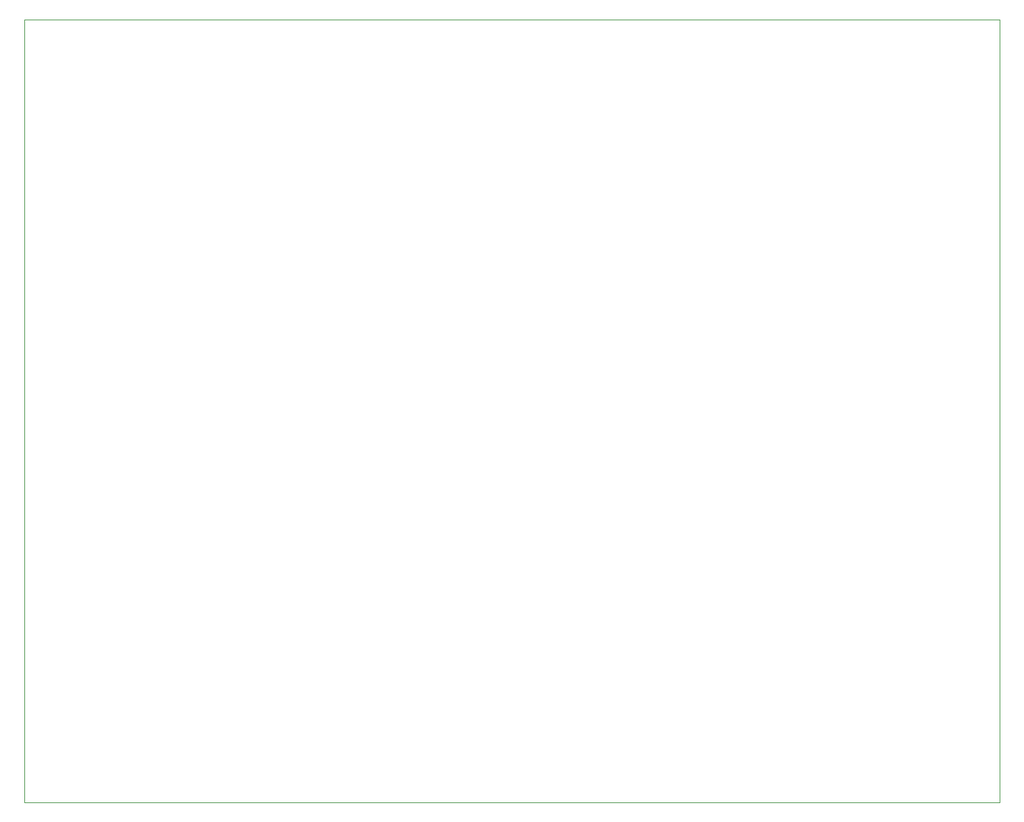
<source format=gbr>
%TF.GenerationSoftware,KiCad,Pcbnew,9.0.0*%
%TF.CreationDate,2025-02-25T23:04:32-05:00*%
%TF.ProjectId,VNA,564e412e-6b69-4636-9164-5f7063625858,rev?*%
%TF.SameCoordinates,PX535a28cPY8422900*%
%TF.FileFunction,Profile,NP*%
%FSLAX46Y46*%
G04 Gerber Fmt 4.6, Leading zero omitted, Abs format (unit mm)*
G04 Created by KiCad (PCBNEW 9.0.0) date 2025-02-25 23:04:32*
%MOMM*%
%LPD*%
G01*
G04 APERTURE LIST*
%TA.AperFunction,Profile*%
%ADD10C,0.050000*%
%TD*%
G04 APERTURE END LIST*
D10*
X122000000Y96000000D02*
X0Y96000000D01*
X0Y-2000000D02*
X122000000Y-2000000D01*
X0Y96000000D02*
X0Y-2000000D01*
X122000000Y-2000000D02*
X122000000Y96000000D01*
M02*

</source>
